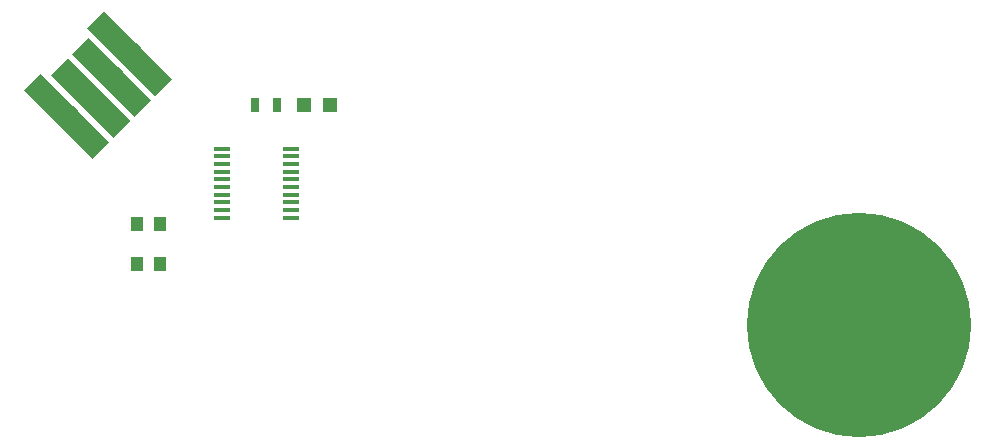
<source format=gbr>
G04 #@! TF.GenerationSoftware,KiCad,Pcbnew,5.0.1*
G04 #@! TF.CreationDate,2019-03-08T16:44:03-06:00*
G04 #@! TF.ProjectId,Card,436172642E6B696361645F7063620000,rev?*
G04 #@! TF.SameCoordinates,Original*
G04 #@! TF.FileFunction,Paste,Top*
G04 #@! TF.FilePolarity,Positive*
%FSLAX46Y46*%
G04 Gerber Fmt 4.6, Leading zero omitted, Abs format (unit mm)*
G04 Created by KiCad (PCBNEW 5.0.1) date Fri 08 Mar 2019 04:44:03 PM CST*
%MOMM*%
%LPD*%
G01*
G04 APERTURE LIST*
%ADD10R,1.000000X1.250000*%
%ADD11R,1.200000X1.200000*%
%ADD12C,2.000000*%
%ADD13C,0.100000*%
%ADD14R,1.450000X0.450000*%
%ADD15C,19.000000*%
%ADD16R,0.700000X1.300000*%
G04 APERTURE END LIST*
D10*
G04 #@! TO.C,C1*
X105800000Y-132800000D03*
X103800000Y-132800000D03*
G04 #@! TD*
G04 #@! TO.C,C2*
X105800000Y-129400000D03*
X103800000Y-129400000D03*
G04 #@! TD*
D11*
G04 #@! TO.C,D1*
X118000000Y-119400000D03*
X120200000Y-119400000D03*
G04 #@! TD*
D12*
G04 #@! TO.C,J1*
X97896699Y-120303301D03*
D13*
G36*
X100088730Y-123909546D02*
X94290454Y-118111270D01*
X95704668Y-116697056D01*
X101502944Y-122495332D01*
X100088730Y-123909546D01*
X100088730Y-123909546D01*
G37*
D12*
X103200000Y-115000000D03*
D13*
G36*
X105392031Y-118606245D02*
X99593755Y-112807969D01*
X101007969Y-111393755D01*
X106806245Y-117192031D01*
X105392031Y-118606245D01*
X105392031Y-118606245D01*
G37*
D12*
X99911953Y-118783021D03*
D13*
G36*
X101856497Y-122141778D02*
X96553196Y-116838477D01*
X97967409Y-115424264D01*
X103270710Y-120727565D01*
X101856497Y-122141778D01*
X101856497Y-122141778D01*
G37*
D12*
X101679720Y-117015254D03*
D13*
G36*
X103624264Y-120374011D02*
X98320963Y-115070710D01*
X99735176Y-113656497D01*
X105038477Y-118959798D01*
X103624264Y-120374011D01*
X103624264Y-120374011D01*
G37*
G04 #@! TD*
D14*
G04 #@! TO.C,U1*
X116900000Y-128900000D03*
X116900000Y-128250000D03*
X116900000Y-127600000D03*
X116900000Y-126950000D03*
X116900000Y-126300000D03*
X116900000Y-125650000D03*
X116900000Y-125000000D03*
X116900000Y-124350000D03*
X116900000Y-123700000D03*
X116900000Y-123050000D03*
X111000000Y-123050000D03*
X111000000Y-123700000D03*
X111000000Y-124350000D03*
X111000000Y-125000000D03*
X111000000Y-125650000D03*
X111000000Y-126300000D03*
X111000000Y-126950000D03*
X111000000Y-127600000D03*
X111000000Y-128250000D03*
X111000000Y-128900000D03*
G04 #@! TD*
D15*
G04 #@! TO.C,REF\002A\002A*
X164950000Y-138000000D03*
G04 #@! TD*
D16*
G04 #@! TO.C,R1*
X115700000Y-119400000D03*
X113800000Y-119400000D03*
G04 #@! TD*
M02*

</source>
